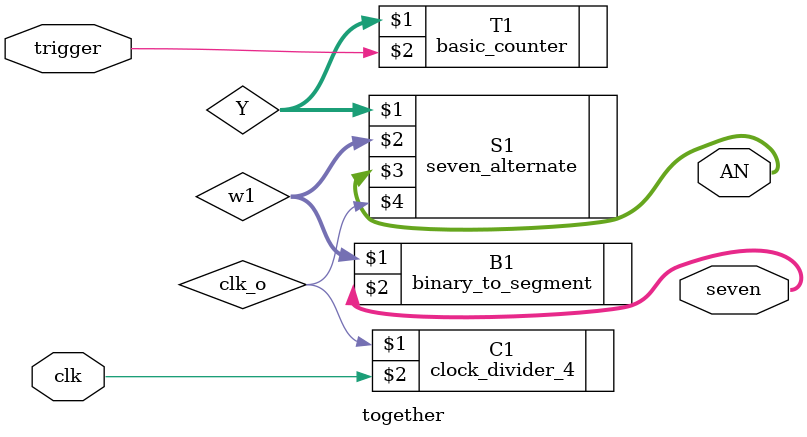
<source format=v>
`timescale 1ns / 1ps
module together(seven, AN, clk, trigger 
    );
	 input clk;
	 input trigger;
	 output [3:0] AN;
	 output [6:0] seven;
	 wire [15:0] Y;
	 wire [3:0] w1;
	 wire clk_o;
	 
	 
	 basic_counter T1(Y, trigger);
	 clock_divider_4 C1(clk_o, clk);
	 seven_alternate S1(Y, w1, AN, clk_o);
	 binary_to_segment B1(w1,seven);	 
	 
	 
	 

endmodule

</source>
